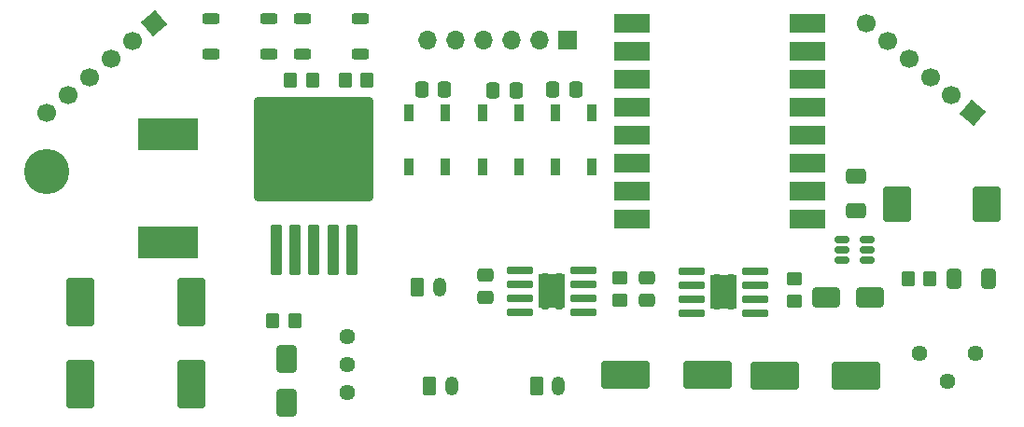
<source format=gbr>
%TF.GenerationSoftware,KiCad,Pcbnew,9.0.1+1*%
%TF.CreationDate,2025-05-17T11:18:49+02:00*%
%TF.ProjectId,WikiSumo_v25,57696b69-5375-46d6-9f5f-7632352e6b69,rev?*%
%TF.SameCoordinates,Original*%
%TF.FileFunction,Soldermask,Top*%
%TF.FilePolarity,Negative*%
%FSLAX46Y46*%
G04 Gerber Fmt 4.6, Leading zero omitted, Abs format (unit mm)*
G04 Created by KiCad (PCBNEW 9.0.1+1) date 2025-05-17 11:18:49*
%MOMM*%
%LPD*%
G01*
G04 APERTURE LIST*
G04 Aperture macros list*
%AMRoundRect*
0 Rectangle with rounded corners*
0 $1 Rounding radius*
0 $2 $3 $4 $5 $6 $7 $8 $9 X,Y pos of 4 corners*
0 Add a 4 corners polygon primitive as box body*
4,1,4,$2,$3,$4,$5,$6,$7,$8,$9,$2,$3,0*
0 Add four circle primitives for the rounded corners*
1,1,$1+$1,$2,$3*
1,1,$1+$1,$4,$5*
1,1,$1+$1,$6,$7*
1,1,$1+$1,$8,$9*
0 Add four rect primitives between the rounded corners*
20,1,$1+$1,$2,$3,$4,$5,0*
20,1,$1+$1,$4,$5,$6,$7,0*
20,1,$1+$1,$6,$7,$8,$9,0*
20,1,$1+$1,$8,$9,$2,$3,0*%
%AMHorizOval*
0 Thick line with rounded ends*
0 $1 width*
0 $2 $3 position (X,Y) of the first rounded end (center of the circle)*
0 $4 $5 position (X,Y) of the second rounded end (center of the circle)*
0 Add line between two ends*
20,1,$1,$2,$3,$4,$5,0*
0 Add two circle primitives to create the rounded ends*
1,1,$1,$2,$3*
1,1,$1,$4,$5*%
%AMRotRect*
0 Rectangle, with rotation*
0 The origin of the aperture is its center*
0 $1 length*
0 $2 width*
0 $3 Rotation angle, in degrees counterclockwise*
0 Add horizontal line*
21,1,$1,$2,0,0,$3*%
G04 Aperture macros list end*
%ADD10RoundRect,0.250000X-0.350000X-0.625000X0.350000X-0.625000X0.350000X0.625000X-0.350000X0.625000X0*%
%ADD11O,1.200000X1.750000*%
%ADD12RoundRect,0.250000X-0.475000X0.337500X-0.475000X-0.337500X0.475000X-0.337500X0.475000X0.337500X0*%
%ADD13RotRect,1.700000X1.700000X230.000000*%
%ADD14HorizOval,1.700000X0.000000X0.000000X0.000000X0.000000X0*%
%ADD15RoundRect,0.250000X0.525000X0.250000X-0.525000X0.250000X-0.525000X-0.250000X0.525000X-0.250000X0*%
%ADD16C,1.440000*%
%ADD17RoundRect,0.250000X-0.350000X-0.450000X0.350000X-0.450000X0.350000X0.450000X-0.350000X0.450000X0*%
%ADD18RoundRect,0.250000X1.950000X1.000000X-1.950000X1.000000X-1.950000X-1.000000X1.950000X-1.000000X0*%
%ADD19RoundRect,0.250000X-1.000000X1.950000X-1.000000X-1.950000X1.000000X-1.950000X1.000000X1.950000X0*%
%ADD20RoundRect,0.250000X0.337500X0.475000X-0.337500X0.475000X-0.337500X-0.475000X0.337500X-0.475000X0*%
%ADD21RoundRect,0.150000X0.512500X0.150000X-0.512500X0.150000X-0.512500X-0.150000X0.512500X-0.150000X0*%
%ADD22RoundRect,0.250000X0.350000X0.450000X-0.350000X0.450000X-0.350000X-0.450000X0.350000X-0.450000X0*%
%ADD23RotRect,1.700000X1.700000X310.000000*%
%ADD24HorizOval,1.700000X0.000000X0.000000X0.000000X0.000000X0*%
%ADD25RoundRect,0.250000X-0.450000X0.350000X-0.450000X-0.350000X0.450000X-0.350000X0.450000X0.350000X0*%
%ADD26RoundRect,0.250000X-0.650000X1.000000X-0.650000X-1.000000X0.650000X-1.000000X0.650000X1.000000X0*%
%ADD27RoundRect,0.090000X-0.360000X0.660000X-0.360000X-0.660000X0.360000X-0.660000X0.360000X0.660000X0*%
%ADD28R,5.400000X2.900000*%
%ADD29RoundRect,0.250000X0.412500X0.650000X-0.412500X0.650000X-0.412500X-0.650000X0.412500X-0.650000X0*%
%ADD30RoundRect,0.250000X0.650000X-0.412500X0.650000X0.412500X-0.650000X0.412500X-0.650000X-0.412500X0*%
%ADD31RoundRect,0.250000X0.300000X-2.050000X0.300000X2.050000X-0.300000X2.050000X-0.300000X-2.050000X0*%
%ADD32RoundRect,0.250002X5.149998X-4.449998X5.149998X4.449998X-5.149998X4.449998X-5.149998X-4.449998X0*%
%ADD33RoundRect,0.250000X-1.000000X-0.650000X1.000000X-0.650000X1.000000X0.650000X-1.000000X0.650000X0*%
%ADD34RoundRect,0.250000X-1.000000X-1.350000X1.000000X-1.350000X1.000000X1.350000X-1.000000X1.350000X0*%
%ADD35R,2.400000X3.100000*%
%ADD36RoundRect,0.070000X1.100000X0.250000X-1.100000X0.250000X-1.100000X-0.250000X1.100000X-0.250000X0*%
%ADD37C,0.770000*%
%ADD38R,1.700000X1.700000*%
%ADD39O,1.700000X1.700000*%
%ADD40RoundRect,0.102000X-1.512500X-0.762000X1.512500X-0.762000X1.512500X0.762000X-1.512500X0.762000X0*%
%ADD41C,4.100000*%
G04 APERTURE END LIST*
D10*
%TO.C,J4*%
X141620000Y-96970000D03*
D11*
X143620000Y-96970000D03*
%TD*%
D12*
%TO.C,C13*%
X162430000Y-96092500D03*
X162430000Y-98167500D03*
%TD*%
%TO.C,C11*%
X147790000Y-95855000D03*
X147790000Y-97930000D03*
%TD*%
D13*
%TO.C,J3*%
X192000000Y-81163403D03*
D14*
X190054247Y-79530722D03*
X188108494Y-77898042D03*
X186162741Y-76265361D03*
X184216988Y-74632681D03*
X182271235Y-73000000D03*
%TD*%
D15*
%TO.C,SW2*%
X136450000Y-75780000D03*
X131200000Y-75780000D03*
X136450000Y-72580000D03*
X131200000Y-72580000D03*
%TD*%
D16*
%TO.C,RV2*%
X135250000Y-101420000D03*
X135250000Y-103960000D03*
X135250000Y-106500000D03*
%TD*%
D15*
%TO.C,SW1*%
X128150000Y-75790000D03*
X122900000Y-75790000D03*
X128150000Y-72590000D03*
X122900000Y-72590000D03*
%TD*%
D17*
%TO.C,R8*%
X135050000Y-78140000D03*
X137050000Y-78140000D03*
%TD*%
D18*
%TO.C,C14*%
X167880000Y-104960000D03*
X160480000Y-104960000D03*
%TD*%
D19*
%TO.C,C4*%
X111050000Y-98360000D03*
X111050000Y-105760000D03*
%TD*%
D20*
%TO.C,C9*%
X150537500Y-79110000D03*
X148462500Y-79110000D03*
%TD*%
D21*
%TO.C,U6*%
X182365000Y-94540000D03*
X182365000Y-93590000D03*
X182365000Y-92640000D03*
X180090000Y-92640000D03*
X180090000Y-93590000D03*
X180090000Y-94540000D03*
%TD*%
D10*
%TO.C,J6*%
X152400000Y-105970000D03*
D11*
X154400000Y-105970000D03*
%TD*%
D22*
%TO.C,R6*%
X130500000Y-100000000D03*
X128500000Y-100000000D03*
%TD*%
D23*
%TO.C,J1*%
X117728764Y-73000000D03*
D24*
X115783011Y-74632681D03*
X113837258Y-76265361D03*
X111891505Y-77898042D03*
X109945752Y-79530722D03*
X108000000Y-81163403D03*
%TD*%
D25*
%TO.C,R9*%
X159950000Y-96150000D03*
X159950000Y-98150000D03*
%TD*%
D26*
%TO.C,D2*%
X129750000Y-103500000D03*
X129750000Y-107500000D03*
%TD*%
D27*
%TO.C,D6*%
X144160000Y-81170000D03*
X140860000Y-81170000D03*
X140860000Y-86070000D03*
X144160000Y-86070000D03*
%TD*%
%TO.C,D4*%
X157400000Y-81170000D03*
X154100000Y-81170000D03*
X154100000Y-86070000D03*
X157400000Y-86070000D03*
%TD*%
D20*
%TO.C,C10*%
X144045000Y-79060000D03*
X141970000Y-79060000D03*
%TD*%
%TO.C,C8*%
X155957500Y-79020000D03*
X153882500Y-79020000D03*
%TD*%
D16*
%TO.C,RV1*%
X187130000Y-102970000D03*
X189670000Y-105510000D03*
X192210000Y-102970000D03*
%TD*%
D28*
%TO.C,L2*%
X119000000Y-92950000D03*
X119000000Y-83050000D03*
%TD*%
D25*
%TO.C,R10*%
X175800000Y-96230000D03*
X175800000Y-98230000D03*
%TD*%
D17*
%TO.C,R5*%
X186080000Y-96250000D03*
X188080000Y-96250000D03*
%TD*%
D27*
%TO.C,D5*%
X150780000Y-81170000D03*
X147480000Y-81170000D03*
X147480000Y-86070000D03*
X150780000Y-86070000D03*
%TD*%
D18*
%TO.C,C12*%
X181370000Y-104980000D03*
X173970000Y-104980000D03*
%TD*%
D29*
%TO.C,C2*%
X193360000Y-96200000D03*
X190235000Y-96200000D03*
%TD*%
D30*
%TO.C,C1*%
X181380000Y-90012500D03*
X181380000Y-86887500D03*
%TD*%
D31*
%TO.C,U7*%
X128825000Y-93575000D03*
X130525000Y-93575000D03*
X132225000Y-93575000D03*
D32*
X132225000Y-84425000D03*
D31*
X133925000Y-93575000D03*
X135625000Y-93575000D03*
%TD*%
D33*
%TO.C,D1*%
X178660000Y-97920000D03*
X182660000Y-97920000D03*
%TD*%
D34*
%TO.C,L1*%
X185090000Y-89462500D03*
X193190000Y-89462500D03*
%TD*%
D35*
%TO.C,U2*%
X153795000Y-97345000D03*
D36*
X156670000Y-99250000D03*
X156670000Y-97980000D03*
X156670000Y-96710000D03*
X156670000Y-95440000D03*
X150920000Y-95440000D03*
X150920000Y-96710000D03*
X150920000Y-97980000D03*
X150920000Y-99250000D03*
D37*
X154445000Y-98645000D03*
X154445000Y-97345000D03*
X154445000Y-96045000D03*
X153145000Y-98645000D03*
X153145000Y-97345000D03*
X153145000Y-96045000D03*
%TD*%
D10*
%TO.C,J5*%
X142700000Y-105950000D03*
D11*
X144700000Y-105950000D03*
%TD*%
D35*
%TO.C,U5*%
X169375000Y-97405000D03*
D36*
X172250000Y-99310000D03*
X172250000Y-98040000D03*
X172250000Y-96770000D03*
X172250000Y-95500000D03*
X166500000Y-95500000D03*
X166500000Y-96770000D03*
X166500000Y-98040000D03*
X166500000Y-99310000D03*
D37*
X170025000Y-98705000D03*
X170025000Y-97405000D03*
X170025000Y-96105000D03*
X168725000Y-98705000D03*
X168725000Y-97405000D03*
X168725000Y-96105000D03*
%TD*%
D19*
%TO.C,C3*%
X121100000Y-98360000D03*
X121100000Y-105760000D03*
%TD*%
D38*
%TO.C,J2*%
X155200000Y-74500000D03*
D39*
X152660000Y-74500000D03*
X150120000Y-74500000D03*
X147580000Y-74500000D03*
X145040000Y-74500000D03*
X142500000Y-74500000D03*
%TD*%
D40*
%TO.C,U1*%
X177000000Y-90780000D03*
X177000000Y-88240000D03*
X177000000Y-85700000D03*
X177000000Y-83160000D03*
X177000000Y-78080000D03*
X177000000Y-80620000D03*
X161030000Y-73000000D03*
X177000000Y-73000000D03*
X161030000Y-75540000D03*
X161030000Y-78080000D03*
X161030000Y-80620000D03*
X161030000Y-83160000D03*
X161030000Y-85700000D03*
X161030000Y-88240000D03*
X161030000Y-90780000D03*
X177000000Y-75540000D03*
%TD*%
D17*
%TO.C,R7*%
X130095000Y-78150000D03*
X132095000Y-78150000D03*
%TD*%
D41*
X108000000Y-86500000D03*
M02*

</source>
